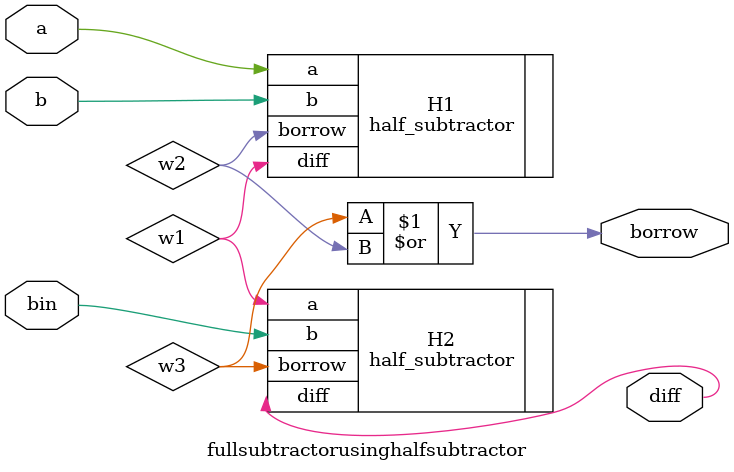
<source format=v>
`timescale 1ns / 1ps


module fullsubtractorusinghalfsubtractor(input a,b,bin,output diff,borrow);
wire w1,w2,w3;
//half_subtractor H1(w1,w2,a,b);
//half_subtractor H2(diff,w3,w1,bin);
//or A1(borrow,w3,w2);
    // First half subtractor instance
    half_subtractor H1 (
        .diff(w1),
        .borrow(w2),
        .a(a),
        .b(b)
    );

    // Second half subtractor instance
    half_subtractor H2 (
        .diff(diff),    // Final output for diff
        .borrow(w3),
        .a(w1),
        .b(bin)
    );
    or A1(borrow,w3,w2);

endmodule


</source>
